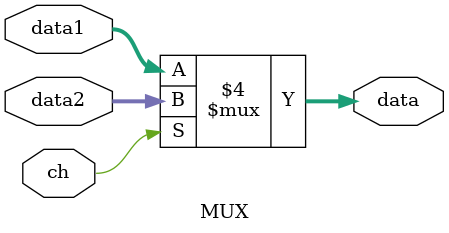
<source format=v>
`timescale 1ns / 1ps


module MUX(
    input [31:0] data1,
    input [31:0] data2,
    input ch,
    output reg [31:0] data
    );
    always @(ch) begin
        if(ch == 0)
            data <= data1;
        else
            data <= data2;
    end
endmodule

</source>
